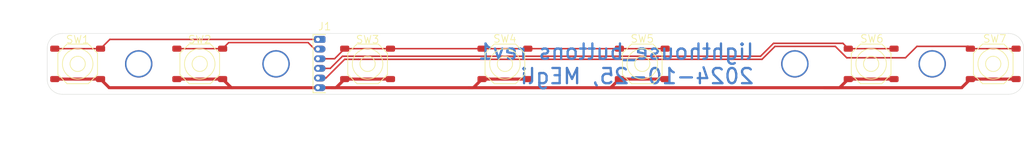
<source format=kicad_pcb>
(kicad_pcb (version 20240108) (generator "pcbnew") (generator_version "8.0")
  (layers (0 "F.Cu" signal) (31 "B.Cu" signal) (34 "B.Paste" user) (35 "F.Paste" user) (36 "B.SilkS" user "B.Silkscreen") (37 "F.SilkS" user "F.Silkscreen") (38 "B.Mask" user) (39 "F.Mask" user) (44 "Edge.Cuts" user))
  (net 0 "")
  (net 1 "GND")
  (net 2 "Net-(J1-Pin_1)")
  (net 3 "Net-(J1-Pin_2)")
  (net 4 "Net-(J1-Pin_3)")
  (net 5 "Net-(J1-Pin_4)")
  (net 6 "Net-(J1-Pin_5)")
  (footprint "Lighthouse1:PTS526" (layer "F.Cu") (at 204 94.4)
    (property "Reference" "SW7" (at 0.2 -3.3 0) (layer "F.SilkS") (effects (font (thickness 0.1))))
    (property "Value" "~")
    (fp_line (start -2.6 -1.4) (end -1.4 -2.6) (stroke (width 0.1)) (layer "F.SilkS"))
    (fp_line (start -2.6 1.4) (end -2.6 -1.4) (stroke (width 0.1)) (layer "F.SilkS"))
    (fp_line (start -1.4 -2.6) (end 1.4 -2.6) (stroke (width 0.1)) (layer "F.SilkS"))
    (fp_line (start -1.4 2.6) (end -2.6 1.4) (stroke (width 0.1)) (layer "F.SilkS"))
    (fp_line (start 1.4 2.6) (end -1.4 2.6) (stroke (width 0.1)) (layer "F.SilkS"))
    (fp_line (start 1.4 2.6) (end 2.6 1.4) (stroke (width 0.1)) (layer "F.SilkS"))
    (fp_line (start 2.6 -1.4) (end 1.4 -2.6) (stroke (width 0.1)) (layer "F.SilkS"))
    (fp_line (start 2.6 -1.4) (end 2.6 1.4) (stroke (width 0.1)) (layer "F.SilkS"))
    (fp_circle (center 0 0) (end -2 0) (stroke (width 0.1)) (fill none) (layer "F.SilkS"))
    (fp_circle (center 0 0) (end 1 0) (stroke (width 0.1)) (fill none) (layer "F.SilkS"))
    (pad "1" smd roundrect (at -3 -2) (size 1.2 0.8) (layers "F.Cu" "F.Paste" "F.Mask") (net 6 "Net-(J1-Pin_5)"))
    (pad "2" smd roundrect (at 3 -2) (size 1.2 0.8) (layers "F.Cu" "F.Paste" "F.Mask") (net 6 "Net-(J1-Pin_5)"))
    (pad "3" smd roundrect (at 3 2) (size 1.2 0.8) (layers "F.Cu" "F.Paste" "F.Mask") (net 1 "GND"))
    (pad "4" smd roundrect (at -3 2) (size 1.2 0.8) (layers "F.Cu" "F.Paste" "F.Mask") (net 1 "GND"))
  )
  (footprint "Lighthouse1:PTS526" (layer "F.Cu") (at 158 94.4)
    (property "Reference" "SW5" (at 0 -3.3 0) (layer "F.SilkS") (effects (font (thickness 0.1))))
    (property "Value" "~")
    (fp_line (start -2.6 -1.4) (end -1.4 -2.6) (stroke (width 0.1)) (layer "F.SilkS"))
    (fp_line (start -2.6 1.4) (end -2.6 -1.4) (stroke (width 0.1)) (layer "F.SilkS"))
    (fp_line (start -1.4 -2.6) (end 1.4 -2.6) (stroke (width 0.1)) (layer "F.SilkS"))
    (fp_line (start -1.4 2.6) (end -2.6 1.4) (stroke (width 0.1)) (layer "F.SilkS"))
    (fp_line (start 1.4 2.6) (end -1.4 2.6) (stroke (width 0.1)) (layer "F.SilkS"))
    (fp_line (start 1.4 2.6) (end 2.6 1.4) (stroke (width 0.1)) (layer "F.SilkS"))
    (fp_line (start 2.6 -1.4) (end 1.4 -2.6) (stroke (width 0.1)) (layer "F.SilkS"))
    (fp_line (start 2.6 -1.4) (end 2.6 1.4) (stroke (width 0.1)) (layer "F.SilkS"))
    (fp_circle (center 0 0) (end -2 0) (stroke (width 0.1)) (fill none) (layer "F.SilkS"))
    (fp_circle (center 0 0) (end 1 0) (stroke (width 0.1)) (fill none) (layer "F.SilkS"))
    (pad "1" smd roundrect (at -3 -2) (size 1.2 0.8) (layers "F.Cu" "F.Paste" "F.Mask") (net 4 "Net-(J1-Pin_3)"))
    (pad "2" smd roundrect (at 3 -2) (size 1.2 0.8) (layers "F.Cu" "F.Paste" "F.Mask") (net 4 "Net-(J1-Pin_3)"))
    (pad "3" smd roundrect (at 3 2) (size 1.2 0.8) (layers "F.Cu" "F.Paste" "F.Mask") (net 1 "GND"))
    (pad "4" smd roundrect (at -3 2) (size 1.2 0.8) (layers "F.Cu" "F.Paste" "F.Mask") (net 1 "GND"))
  )
  (footprint "lighthouse:con_1x6_1.27mm_long_pads" (layer "F.Cu") (at 115.485 91.185)
    (property "Reference" "J1" (at 0.89 -1.71 0) (layer "F.SilkS") (effects (font (thickness 0.1))))
    (property "Value" "Conn_01x06_Pin")
    (fp_line (start -0.635 -0.635) (end -0.635 7.005) (stroke (width 0.1)) (layer "F.SilkS"))
    (fp_line (start -0.635 -0.635) (end 1 -0.635) (stroke (width 0.1)) (layer "F.SilkS"))
    (fp_line (start -0.635 7.005) (end 1 7.005) (stroke (width 0.1)) (layer "F.SilkS"))
    (pad "1" thru_hole roundrect (at 0 0) (size 1.5 0.9) (drill 0.5 (offset 0.25 0)) (layers "*.Cu" "*.Mask") (net 2 "Net-(J1-Pin_1)"))
    (pad "2" thru_hole oval (at 0 1.27) (size 1.5 0.9) (drill 0.5 (offset 0.25 0)) (layers "*.Cu" "*.Mask") (net 3 "Net-(J1-Pin_2)"))
    (pad "3" thru_hole oval (at 0 2.54) (size 1.5 0.9) (drill 0.5 (offset 0.25 0)) (layers "*.Cu" "*.Mask") (net 4 "Net-(J1-Pin_3)"))
    (pad "4" thru_hole oval (at 0 3.81) (size 1.5 0.9) (drill 0.5 (offset 0.25 0)) (layers "*.Cu" "*.Mask") (net 5 "Net-(J1-Pin_4)"))
    (pad "5" thru_hole oval (at 0 5.08) (size 1.5 0.9) (drill 0.5 (offset 0.25 0)) (layers "*.Cu" "*.Mask") (net 6 "Net-(J1-Pin_5)"))
    (pad "6" thru_hole oval (at 0 6.35) (size 1.5 0.9) (drill 0.5 (offset 0.25 0)) (layers "*.Cu" "*.Mask") (net 1 "GND"))
  )
  (footprint "Lighthouse1:PTS526" (layer "F.Cu") (at 100 94.4)
    (property "Reference" "SW2" (at 0 -3.2 0) (layer "F.SilkS") (effects (font (thickness 0.1))))
    (property "Value" "~")
    (fp_line (start -2.6 -1.4) (end -1.4 -2.6) (stroke (width 0.1)) (layer "F.SilkS"))
    (fp_line (start -2.6 1.4) (end -2.6 -1.4) (stroke (width 0.1)) (layer "F.SilkS"))
    (fp_line (start -1.4 -2.6) (end 1.4 -2.6) (stroke (width 0.1)) (layer "F.SilkS"))
    (fp_line (start -1.4 2.6) (end -2.6 1.4) (stroke (width 0.1)) (layer "F.SilkS"))
    (fp_line (start 1.4 2.6) (end -1.4 2.6) (stroke (width 0.1)) (layer "F.SilkS"))
    (fp_line (start 1.4 2.6) (end 2.6 1.4) (stroke (width 0.1)) (layer "F.SilkS"))
    (fp_line (start 2.6 -1.4) (end 1.4 -2.6) (stroke (width 0.1)) (layer "F.SilkS"))
    (fp_line (start 2.6 -1.4) (end 2.6 1.4) (stroke (width 0.1)) (layer "F.SilkS"))
    (fp_circle (center 0 0) (end -2 0) (stroke (width 0.1)) (fill none) (layer "F.SilkS"))
    (fp_circle (center 0 0) (end 1 0) (stroke (width 0.1)) (fill none) (layer "F.SilkS"))
    (pad "1" smd roundrect (at -3 -2) (size 1.2 0.8) (layers "F.Cu" "F.Paste" "F.Mask") (net 3 "Net-(J1-Pin_2)"))
    (pad "2" smd roundrect (at 3 -2) (size 1.2 0.8) (layers "F.Cu" "F.Paste" "F.Mask") (net 3 "Net-(J1-Pin_2)"))
    (pad "3" smd roundrect (at 3 2) (size 1.2 0.8) (layers "F.Cu" "F.Paste" "F.Mask") (net 1 "GND"))
    (pad "4" smd roundrect (at -3 2) (size 1.2 0.8) (layers "F.Cu" "F.Paste" "F.Mask") (net 1 "GND"))
  )
  (footprint "Lighthouse1:PTS526" (layer "F.Cu") (at 140 94.4)
    (property "Reference" "SW4" (at 0 -3.3 0) (layer "F.SilkS") (effects (font (thickness 0.1))))
    (property "Value" "~")
    (fp_line (start -2.6 -1.4) (end -1.4 -2.6) (stroke (width 0.1)) (layer "F.SilkS"))
    (fp_line (start -2.6 1.4) (end -2.6 -1.4) (stroke (width 0.1)) (layer "F.SilkS"))
    (fp_line (start -1.4 -2.6) (end 1.4 -2.6) (stroke (width 0.1)) (layer "F.SilkS"))
    (fp_line (start -1.4 2.6) (end -2.6 1.4) (stroke (width 0.1)) (layer "F.SilkS"))
    (fp_line (start 1.4 2.6) (end -1.4 2.6) (stroke (width 0.1)) (layer "F.SilkS"))
    (fp_line (start 1.4 2.6) (end 2.6 1.4) (stroke (width 0.1)) (layer "F.SilkS"))
    (fp_line (start 2.6 -1.4) (end 1.4 -2.6) (stroke (width 0.1)) (layer "F.SilkS"))
    (fp_line (start 2.6 -1.4) (end 2.6 1.4) (stroke (width 0.1)) (layer "F.SilkS"))
    (fp_circle (center 0 0) (end -2 0) (stroke (width 0.1)) (fill none) (layer "F.SilkS"))
    (fp_circle (center 0 0) (end 1 0) (stroke (width 0.1)) (fill none) (layer "F.SilkS"))
    (pad "1" smd roundrect (at -3 -2) (size 1.2 0.8) (layers "F.Cu" "F.Paste" "F.Mask") (net 4 "Net-(J1-Pin_3)"))
    (pad "2" smd roundrect (at 3 -2) (size 1.2 0.8) (layers "F.Cu" "F.Paste" "F.Mask") (net 4 "Net-(J1-Pin_3)"))
    (pad "3" smd roundrect (at 3 2) (size 1.2 0.8) (layers "F.Cu" "F.Paste" "F.Mask") (net 1 "GND"))
    (pad "4" smd roundrect (at -3 2) (size 1.2 0.8) (layers "F.Cu" "F.Paste" "F.Mask") (net 1 "GND"))
  )
  (footprint "Lighthouse1:PTS526" (layer "F.Cu") (at 84 94.4)
    (property "Reference" "SW1" (at 0 -3.2 0) (layer "F.SilkS") (effects (font (thickness 0.1))))
    (property "Value" "~")
    (fp_line (start -2.6 -1.4) (end -1.4 -2.6) (stroke (width 0.1)) (layer "F.SilkS"))
    (fp_line (start -2.6 1.4) (end -2.6 -1.4) (stroke (width 0.1)) (layer "F.SilkS"))
    (fp_line (start -1.4 -2.6) (end 1.4 -2.6) (stroke (width 0.1)) (layer "F.SilkS"))
    (fp_line (start -1.4 2.6) (end -2.6 1.4) (stroke (width 0.1)) (layer "F.SilkS"))
    (fp_line (start 1.4 2.6) (end -1.4 2.6) (stroke (width 0.1)) (layer "F.SilkS"))
    (fp_line (start 1.4 2.6) (end 2.6 1.4) (stroke (width 0.1)) (layer "F.SilkS"))
    (fp_line (start 2.6 -1.4) (end 1.4 -2.6) (stroke (width 0.1)) (layer "F.SilkS"))
    (fp_line (start 2.6 -1.4) (end 2.6 1.4) (stroke (width 0.1)) (layer "F.SilkS"))
    (fp_circle (center 0 0) (end -2 0) (stroke (width 0.1)) (fill none) (layer "F.SilkS"))
    (fp_circle (center 0 0) (end 1 0) (stroke (width 0.1)) (fill none) (layer "F.SilkS"))
    (pad "1" smd roundrect (at -3 -2) (size 1.2 0.8) (layers "F.Cu" "F.Paste" "F.Mask") (net 2 "Net-(J1-Pin_1)"))
    (pad "2" smd roundrect (at 3 -2) (size 1.2 0.8) (layers "F.Cu" "F.Paste" "F.Mask") (net 2 "Net-(J1-Pin_1)"))
    (pad "3" smd roundrect (at 3 2) (size 1.2 0.8) (layers "F.Cu" "F.Paste" "F.Mask") (net 1 "GND"))
    (pad "4" smd roundrect (at -3 2) (size 1.2 0.8) (layers "F.Cu" "F.Paste" "F.Mask") (net 1 "GND"))
  )
  (footprint "Lighthouse1:PTS526" (layer "F.Cu") (at 122 94.4)
    (property "Reference" "SW3" (at 0 -3.2 0) (layer "F.SilkS") (effects (font (thickness 0.1))))
    (property "Value" "~")
    (fp_line (start -2.6 -1.4) (end -1.4 -2.6) (stroke (width 0.1)) (layer "F.SilkS"))
    (fp_line (start -2.6 1.4) (end -2.6 -1.4) (stroke (width 0.1)) (layer "F.SilkS"))
    (fp_line (start -1.4 -2.6) (end 1.4 -2.6) (stroke (width 0.1)) (layer "F.SilkS"))
    (fp_line (start -1.4 2.6) (end -2.6 1.4) (stroke (width 0.1)) (layer "F.SilkS"))
    (fp_line (start 1.4 2.6) (end -1.4 2.6) (stroke (width 0.1)) (layer "F.SilkS"))
    (fp_line (start 1.4 2.6) (end 2.6 1.4) (stroke (width 0.1)) (layer "F.SilkS"))
    (fp_line (start 2.6 -1.4) (end 1.4 -2.6) (stroke (width 0.1)) (layer "F.SilkS"))
    (fp_line (start 2.6 -1.4) (end 2.6 1.4) (stroke (width 0.1)) (layer "F.SilkS"))
    (fp_circle (center 0 0) (end -2 0) (stroke (width 0.1)) (fill none) (layer "F.SilkS"))
    (fp_circle (center 0 0) (end 1 0) (stroke (width 0.1)) (fill none) (layer "F.SilkS"))
    (pad "1" smd roundrect (at -3 -2) (size 1.2 0.8) (layers "F.Cu" "F.Paste" "F.Mask") (net 4 "Net-(J1-Pin_3)"))
    (pad "2" smd roundrect (at 3 -2) (size 1.2 0.8) (layers "F.Cu" "F.Paste" "F.Mask") (net 4 "Net-(J1-Pin_3)"))
    (pad "3" smd roundrect (at 3 2) (size 1.2 0.8) (layers "F.Cu" "F.Paste" "F.Mask") (net 1 "GND"))
    (pad "4" smd roundrect (at -3 2) (size 1.2 0.8) (layers "F.Cu" "F.Paste" "F.Mask") (net 1 "GND"))
  )
  (footprint "Lighthouse1:PTS526" (layer "F.Cu") (at 188 94.4)
    (property "Reference" "SW6" (at 0.1 -3.3 0) (layer "F.SilkS") (effects (font (thickness 0.1))))
    (property "Value" "~")
    (fp_line (start -2.6 -1.4) (end -1.4 -2.6) (stroke (width 0.1)) (layer "F.SilkS"))
    (fp_line (start -2.6 1.4) (end -2.6 -1.4) (stroke (width 0.1)) (layer "F.SilkS"))
    (fp_line (start -1.4 -2.6) (end 1.4 -2.6) (stroke (width 0.1)) (layer "F.SilkS"))
    (fp_line (start -1.4 2.6) (end -2.6 1.4) (stroke (width 0.1)) (layer "F.SilkS"))
    (fp_line (start 1.4 2.6) (end -1.4 2.6) (stroke (width 0.1)) (layer "F.SilkS"))
    (fp_line (start 1.4 2.6) (end 2.6 1.4) (stroke (width 0.1)) (layer "F.SilkS"))
    (fp_line (start 2.6 -1.4) (end 1.4 -2.6) (stroke (width 0.1)) (layer "F.SilkS"))
    (fp_line (start 2.6 -1.4) (end 2.6 1.4) (stroke (width 0.1)) (layer "F.SilkS"))
    (fp_circle (center 0 0) (end -2 0) (stroke (width 0.1)) (fill none) (layer "F.SilkS"))
    (fp_circle (center 0 0) (end 1 0) (stroke (width 0.1)) (fill none) (layer "F.SilkS"))
    (pad "1" smd roundrect (at -3 -2) (size 1.2 0.8) (layers "F.Cu" "F.Paste" "F.Mask") (net 5 "Net-(J1-Pin_4)"))
    (pad "2" smd roundrect (at 3 -2) (size 1.2 0.8) (layers "F.Cu" "F.Paste" "F.Mask") (net 5 "Net-(J1-Pin_4)"))
    (pad "3" smd roundrect (at 3 2) (size 1.2 0.8) (layers "F.Cu" "F.Paste" "F.Mask") (net 1 "GND"))
    (pad "4" smd roundrect (at -3 2) (size 1.2 0.8) (layers "F.Cu" "F.Paste" "F.Mask") (net 1 "GND"))
  )
  (gr_line (start 82 90.4) (end 206 90.4) (stroke (width 0.05)) (layer "Edge.Cuts"))
  (gr_line (start 80 96.4) (end 80 92.4) (stroke (width 0.05)) (layer "Edge.Cuts"))
  (gr_line (start 206 98.4) (end 82 98.4) (stroke (width 0.05)) (layer "Edge.Cuts"))
  (gr_arc (start 82 98.4) (mid 80.585786 97.814214) (end 80 96.4) (stroke (width 0.05)) (layer "Edge.Cuts"))
  (gr_arc (start 80 92.4) (mid 80.585786 90.985786) (end 82 90.4) (stroke (width 0.05)) (layer "Edge.Cuts"))
  (gr_arc (start 206 90.4) (mid 207.414214 90.985786) (end 208 92.4) (stroke (width 0.05)) (layer "Edge.Cuts"))
  (gr_line (start 208 92.4) (end 208 96.4) (stroke (width 0.05)) (layer "Edge.Cuts"))
  (gr_arc (start 208 96.4) (mid 207.414214 97.814214) (end 206 98.4) (stroke (width 0.05)) (layer "Edge.Cuts"))
  (gr_text "lighthouse_buttons rev1\n2024-10-25, MEgli" (at 172.8 97.2 0) (layer "B.Cu") (effects (font (size 2 2) (thickness 0.3)) (justify left bottom mirror)))
  (via (at 196 94.4) (size 3.6) (drill 3.2) (layers "F.Cu" "B.Cu") (net 0))
  (via (at 92 94.4) (size 3.6) (drill 3.2) (layers "F.Cu" "B.Cu") (net 0))
  (via (at 110 94.4) (size 3.6) (drill 3.2) (layers "F.Cu" "B.Cu") (net 0))
  (via (at 178 94.4) (size 3.6) (drill 3.2) (layers "F.Cu" "B.Cu") (net 0))
  (segment (start 143 96.4) (end 137 96.4) (width 0.4) (layer "F.Cu") (net 1))
  (segment (start 207 96.4) (end 201 96.4) (width 0.4) (layer "F.Cu") (net 1))
  (segment (start 153.5 97.535) (end 181.8 97.535) (width 0.4) (layer "F.Cu") (net 1))
  (segment (start 115.485 97.535) (end 117.2 97.535) (width 0.4) (layer "F.Cu") (net 1))
  (segment (start 181.8 97.535) (end 199.865 97.535) (width 0.4) (layer "F.Cu") (net 1))
  (segment (start 135.2 97.535) (end 153.5 97.535) (width 0.4) (layer "F.Cu") (net 1))
  (segment (start 104.4 97.535) (end 88.135 97.535) (width 0.4) (layer "F.Cu") (net 1))
  (segment (start 183.865 97.535) (end 181.8 97.535) (width 0.4) (layer "F.Cu") (net 1))
  (segment (start 161 96.4) (end 155 96.4) (width 0.4) (layer "F.Cu") (net 1))
  (segment (start 125 96.4) (end 119 96.4) (width 0.4) (layer "F.Cu") (net 1))
  (segment (start 103 96.4) (end 104.135 97.535) (width 0.4) (layer "F.Cu") (net 1))
  (segment (start 119 96.4) (end 117.865 97.535) (width 0.4) (layer "F.Cu") (net 1))
  (segment (start 117.865 97.535) (end 117.2 97.535) (width 0.4) (layer "F.Cu") (net 1))
  (segment (start 135.865 97.535) (end 135.2 97.535) (width 0.4) (layer "F.Cu") (net 1))
  (segment (start 137 96.4) (end 135.865 97.535) (width 0.4) (layer "F.Cu") (net 1))
  (segment (start 81 96.4) (end 87 96.4) (width 0.4) (layer "F.Cu") (net 1))
  (segment (start 115.485 97.535) (end 104.4 97.535) (width 0.4) (layer "F.Cu") (net 1))
  (segment (start 88.135 97.535) (end 87 96.4) (width 0.4) (layer "F.Cu") (net 1))
  (segment (start 191 96.4) (end 185 96.4) (width 0.4) (layer "F.Cu") (net 1))
  (segment (start 104.135 97.535) (end 104.4 97.535) (width 0.4) (layer "F.Cu") (net 1))
  (segment (start 185 96.4) (end 183.865 97.535) (width 0.4) (layer "F.Cu") (net 1))
  (segment (start 155 96.4) (end 153.865 97.535) (width 0.4) (layer "F.Cu") (net 1))
  (segment (start 97 96.4) (end 103 96.4) (width 0.4) (layer "F.Cu") (net 1))
  (segment (start 199.865 97.535) (end 201 96.4) (width 0.4) (layer "F.Cu") (net 1))
  (segment (start 117.2 97.535) (end 135.2 97.535) (width 0.4) (layer "F.Cu") (net 1))
  (segment (start 153.865 97.535) (end 153.5 97.535) (width 0.4) (layer "F.Cu") (net 1))
  (segment (start 88.215 91.185) (end 87 92.4) (width 0.2) (layer "F.Cu") (net 2))
  (segment (start 87 92.4) (end 81 92.4) (width 0.2) (layer "F.Cu") (net 2))
  (segment (start 115.485 91.185) (end 88.215 91.185) (width 0.2) (layer "F.Cu") (net 2))
  (segment (start 103 92.4) (end 97 92.4) (width 0.2) (layer "F.Cu") (net 3))
  (segment (start 114.2 91.6) (end 115.055 92.455) (width 0.2) (layer "F.Cu") (net 3))
  (segment (start 103 92.4) (end 103.8 91.6) (width 0.2) (layer "F.Cu") (net 3))
  (segment (start 115.055 92.455) (end 115.485 92.455) (width 0.2) (layer "F.Cu") (net 3))
  (segment (start 103.8 91.6) (end 114.2 91.6) (width 0.2) (layer "F.Cu") (net 3))
  (segment (start 125 92.4) (end 161 92.4) (width 0.2) (layer "F.Cu") (net 4))
  (segment (start 119 92.4) (end 125 92.4) (width 0.2) (layer "F.Cu") (net 4))
  (segment (start 119 92.4) (end 117.675 93.725) (width 0.2) (layer "F.Cu") (net 4))
  (segment (start 117.675 93.725) (end 115.485 93.725) (width 0.2) (layer "F.Cu") (net 4))
  (segment (start 184.3 91.7) (end 185 92.4) (width 0.2) (layer "F.Cu") (net 5))
  (segment (start 173.5 93.4) (end 175.2 91.7) (width 0.2) (layer "F.Cu") (net 5))
  (segment (start 118.7 93.4) (end 173.5 93.4) (width 0.2) (layer "F.Cu") (net 5))
  (segment (start 185 92.4) (end 191 92.4) (width 0.2) (layer "F.Cu") (net 5))
  (segment (start 115.485 94.995) (end 117.105 94.995) (width 0.2) (layer "F.Cu") (net 5))
  (segment (start 175.2 91.7) (end 184.3 91.7) (width 0.2) (layer "F.Cu") (net 5))
  (segment (start 117.105 94.995) (end 118.7 93.4) (width 0.2) (layer "F.Cu") (net 5))
  (segment (start 175.4 92.1) (end 183.3 92.1) (width 0.2) (layer "F.Cu") (net 6))
  (segment (start 115.485 96.265) (end 116.535 96.265) (width 0.2) (layer "F.Cu") (net 6))
  (segment (start 192.5 93.6) (end 194 92.1) (width 0.2) (layer "F.Cu") (net 6))
  (segment (start 201 92.4) (end 207 92.4) (width 0.2) (layer "F.Cu") (net 6))
  (segment (start 116.535 96.265) (end 119 93.8) (width 0.2) (layer "F.Cu") (net 6))
  (segment (start 194 92.1) (end 200.7 92.1) (width 0.2) (layer "F.Cu") (net 6))
  (segment (start 200.7 92.1) (end 201 92.4) (width 0.2) (layer "F.Cu") (net 6))
  (segment (start 120.8 93.8) (end 173.7 93.8) (width 0.2) (layer "F.Cu") (net 6))
  (segment (start 119 93.8) (end 120.8 93.8) (width 0.2) (layer "F.Cu") (net 6))
  (segment (start 173.7 93.8) (end 175.4 92.1) (width 0.2) (layer "F.Cu") (net 6))
  (segment (start 184.8 93.6) (end 192.5 93.6) (width 0.2) (layer "F.Cu") (net 6))
  (segment (start 183.3 92.1) (end 184.8 93.6) (width 0.2) (layer "F.Cu") (net 6))
)
</source>
